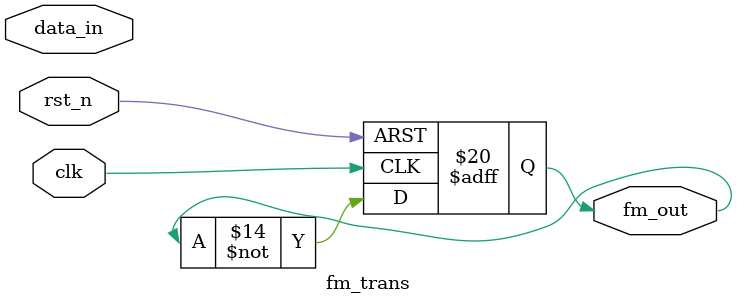
<source format=v>
module	fm_trans(
		clk,
		rst_n,
		data_in,
		fm_out
	);
	
	input clk;
	input rst_n;
	input [9:0]data_in;
	output reg fm_out;
	reg[12:0]audo_dev;
	reg aud_sam_clk;
	
	reg [5:0]audio_idx;
	
	always@(posedge clk or negedge rst_n)
	if(!rst_n)
		audo_dev <= 13'd0;
	else if(audo_dev < 13'd43333)
		audo_dev <= audo_dev + 1'b1;
	else
		audo_dev <= 13'd0;
	
	
	always@(posedge clk or negedge rst_n)
	if(!rst_n)
		aud_sam_clk <= 1'd0;
	else if(audo_dev ==  13'd1)
		aud_sam_clk <= ~aud_sam_clk;
		
	always@(posedge aud_sam_clk or negedge rst_n)
	if(!rst_n)
		audio_idx <= 6'd0;
	else 	
		audio_idx <= audio_idx + 1'b1;
		
	always@(posedge clk or negedge rst_n)
	if(!rst_n)
		fm_out <= 13'd0;
	else
		fm_out <= ~fm_out;
		
	

endmodule

</source>
